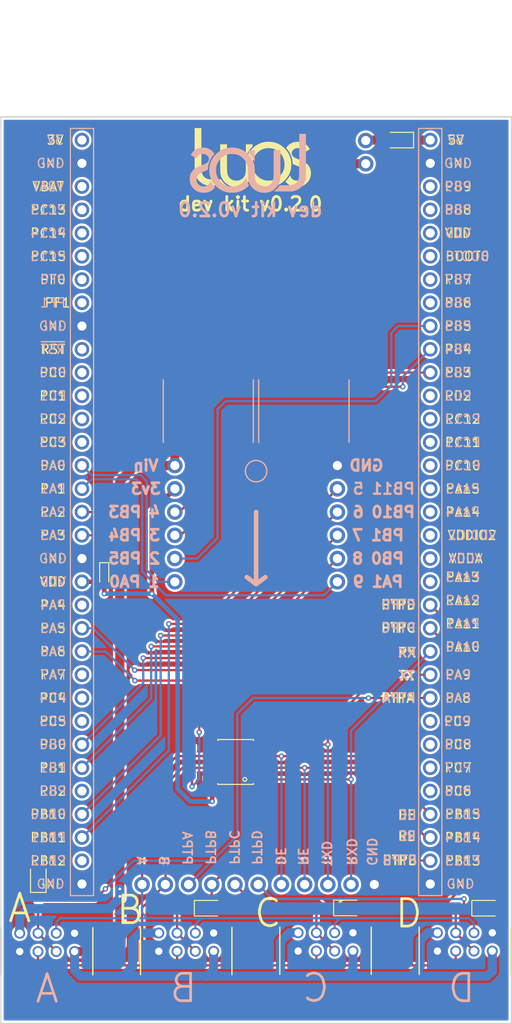
<source format=kicad_pcb>
(kicad_pcb (version 20171130) (host pcbnew "(5.1.6)-1")
  (layers (0 F.Cu signal) (31 B.Cu signal) (34 B.Paste user hide) (35 F.Paste user hide) (36 B.SilkS user) (37 F.SilkS user) (38 B.Mask user hide) (39 F.Mask user hide) (44 Edge.Cuts user))
  (net 0 "")
  (net 1 /Vin)
  (net 2 /RS485_LVL_DOWN)
  (net 3 /RS485_LVL_UP)
  (net 4 /RxD)
  (net 5 /RE)
  (net 6 /DE)
  (net 7 /TxD)
  (net 8 GND)
  (net 9 /A_RS_485_N)
  (net 10 /B_RS_485_P)
  (net 11 +3V3)
  (net 12 +5VP)
  (net 13 /PTPA)
  (net 14 /PTPB)
  (net 15 /PTPB_PRO)
  (net 16 /PTPA_PRO)
  (net 17 /TIM2.1/ADC0)
  (net 18 /TIM2.2/ADC1)
  (net 19 /TIM3.3)
  (net 20 /TIM3.4)
  (net 21 /TX/SCL/TIM2.3)
  (net 22 /RX/SDA/TIM2.4)
  (net 23 /SCK/CK)
  (net 24 /MISO/MCK)
  (net 25 /MOSI/SD)
  (net 26 /PTPC)
  (net 27 /PTPD)
  (net 28 "Net-(D5-Pad2)")
  (net 29 "Net-(D6-Pad1)")
  (net 30 "Net-(J7-Pad3)")
  (net 31 "Net-(J7-Pad4)")
  (net 32 "Net-(J7-Pad6)")
  (net 33 "Net-(J7-Pad7)")
  (net 34 "Net-(J7-Pad8)")
  (net 35 "Net-(J7-Pad12)")
  (net 36 "Net-(J7-Pad13)")
  (net 37 "Net-(J7-Pad14)")
  (net 38 "Net-(J7-Pad15)")
  (net 39 "Net-(J7-Pad16)")
  (net 40 "Net-(J7-Pad17)")
  (net 41 "Net-(J7-Pad18)")
  (net 42 "Net-(J7-Pad19)")
  (net 43 "Net-(J7-Pad20)")
  (net 44 "Net-(J7-Pad26)")
  (net 45 "Net-(J7-Pad27)")
  (net 46 "Net-(J7-Pad28)")
  (net 47 "Net-(J7-Pad29)")
  (net 48 "Net-(J7-Pad35)")
  (net 49 "Net-(J7-Pad38)")
  (net 50 "Net-(J7-Pad41)")
  (net 51 "Net-(J7-Pad42)")
  (net 52 "Net-(J7-Pad43)")
  (net 53 "Net-(J7-Pad46)")
  (net 54 "Net-(J7-Pad49)")
  (net 55 "Net-(J7-Pad50)")
  (net 56 "Net-(J7-Pad53)")
  (net 57 "Net-(J7-Pad54)")
  (net 58 "Net-(J7-Pad55)")
  (net 59 "Net-(J7-Pad56)")
  (net 60 "Net-(J7-Pad57)")
  (net 61 "Net-(J7-Pad59)")
  (net 62 "Net-(J7-Pad60)")
  (net 63 "Net-(J7-Pad61)")
  (net 64 "Net-(J7-Pad62)")
  (net 65 "Net-(J7-Pad63)")
  (net 66 /PTPC_PRO)
  (net 67 /PTPD_PRO)
  (module Common_Footprint:Discovery_Socket (layer B.Cu) (at 41.446502 68.266502 180)
    (fp_text reference J7)
    (fp_text value Discovery_Socket)
    (fp_text user 3V (at 21.971 40.64 180) (layer B.SilkS) (effects (justify mirror)))
    (fp_text user GND (at 22.479 38.1 180) (layer B.SilkS) (effects (justify mirror)))
    (fp_text user VBAT (at 22.733 35.56 180) (layer B.SilkS) (effects (justify mirror)))
    (fp_text user PC13 (at 22.733 33.02 180) (layer B.SilkS) (effects (justify mirror)))
    (fp_text user PC14 (at 22.733 30.48 180) (layer B.SilkS) (effects (justify mirror)))
    (fp_text user PC15 (at 22.733 27.94 180) (layer B.SilkS) (effects (justify mirror)))
    (fp_text user PF0 (at 22.225 25.4 180) (layer B.SilkS) (effects (justify mirror)))
    (fp_text user 3V (at 21.971 40.64 180) (layer F.SilkS))
    (fp_text user GND (at 22.479 38.1 180) (layer F.SilkS))
    (fp_text user VBAT (at 22.733 35.56 180) (layer F.SilkS))
    (fp_text user PC13 (at 22.733 33.02 180) (layer F.SilkS))
    (fp_text user PC14 (at 22.733 30.48 180) (layer F.SilkS))
    (fp_text user PC15 (at 22.733 27.94 180) (layer F.SilkS))
    (fp_text user PF0 (at 22.225 25.4 180) (layer F.SilkS))
    (fp_text user VDD (at 22.225 -7.62 180) (layer B.SilkS) (effects (justify mirror)))
    (fp_text user PA4 (at 22.225 -10.16 180) (layer B.SilkS) (effects (justify mirror)))
    (fp_text user PA5 (at 22.225 -12.7 180) (layer B.SilkS) (effects (justify mirror)))
    (fp_text user PA6 (at 22.225 -15.24 180) (layer B.SilkS) (effects (justify mirror)))
    (fp_text user PA7 (at 22.225 -17.78 180) (layer B.SilkS) (effects (justify mirror)))
    (fp_text user PC4 (at 22.225 -20.32 180) (layer B.SilkS) (effects (justify mirror)))
    (fp_text user PC5 (at 22.225 -22.86 180) (layer B.SilkS) (effects (justify mirror)))
    (fp_text user PB0 (at 22.225 -25.4 180) (layer B.SilkS) (effects (justify mirror)))
    (fp_text user PB1 (at 22.225 -27.94 180) (layer B.SilkS) (effects (justify mirror)))
    (fp_text user PB2 (at 22.225 -30.48 180) (layer B.SilkS) (effects (justify mirror)))
    (fp_text user PB10 (at 22.733 -33.02 180) (layer B.SilkS) (effects (justify mirror)))
    (fp_text user PB11 (at 22.733 -35.56 180) (layer B.SilkS) (effects (justify mirror)))
    (fp_text user PB12 (at 22.733 -38.1 180) (layer B.SilkS) (effects (justify mirror)))
    (fp_text user PC3 (at 22.225 7.62 180) (layer F.SilkS))
    (fp_text user PC2 (at 22.225 10.16 180) (layer B.SilkS) (effects (justify mirror)))
    (fp_text user PC1 (at 22.225 12.7 180) (layer F.SilkS))
    (fp_text user PC0 (at 22.225 15.24 180) (layer F.SilkS))
    (fp_text user ~RST (at 22.225 17.78 180) (layer F.SilkS))
    (fp_text user PC3 (at 22.225 7.62 180) (layer B.SilkS) (effects (justify mirror)))
    (fp_text user PC2 (at 22.225 10.16 180) (layer F.SilkS))
    (fp_text user PC1 (at 22.225 12.7 180) (layer B.SilkS) (effects (justify mirror)))
    (fp_text user PC0 (at 22.225 15.24 180) (layer B.SilkS) (effects (justify mirror)))
    (fp_text user ~RST (at 22.225 17.78 180) (layer B.SilkS) (effects (justify mirror)))
    (fp_text user PA1 (at 22.225 2.54 180) (layer B.SilkS) (effects (justify mirror)))
    (fp_text user PA0 (at 22.225 5.08 180) (layer B.SilkS) (effects (justify mirror)))
    (fp_text user PA0 (at 22.225 5.08 180) (layer F.SilkS))
    (fp_text user GND (at 22.225 -5.08 180) (layer B.SilkS) (effects (justify mirror)))
    (fp_text user PA3 (at 22.225 -2.54 180) (layer B.SilkS) (effects (justify mirror)))
    (fp_text user PA2 (at 22.225 0 180) (layer B.SilkS) (effects (justify mirror)))
    (fp_text user PA2 (at 22.225 0 180) (layer F.SilkS))
    (fp_text user GND (at 22.225 -5.08 180) (layer F.SilkS))
    (fp_text user PA1 (at 22.225 2.54 180) (layer F.SilkS))
    (fp_text user PA3 (at 22.225 -2.54 180) (layer F.SilkS))
    (fp_text user GND (at 22.225 20.32 180) (layer F.SilkS))
    (fp_text user GND (at 22.225 20.32 180) (layer B.SilkS) (effects (justify mirror)))
    (fp_text user PF1 (at 21.717 22.86 180) (layer F.SilkS))
    (fp_text user PF1 (at 22.225 22.86 180) (layer B.SilkS) (effects (justify mirror)))
    (fp_text user GND (at 22.479 -40.64 180) (layer B.SilkS) (effects (justify mirror)))
    (fp_text user GND (at 22.479 -40.64 180) (layer F.SilkS))
    (fp_text user PB12 (at 22.733 -38.1 180) (layer F.SilkS))
    (fp_text user PB11 (at 22.733 -35.56 180) (layer F.SilkS))
    (fp_text user PB10 (at 22.733 -33.02 180) (layer F.SilkS))
    (fp_text user PB2 (at 22.225 -30.48 180) (layer F.SilkS))
    (fp_text user PB1 (at 22.225 -27.94 180) (layer F.SilkS))
    (fp_text user PB0 (at 22.225 -25.4 180) (layer F.SilkS))
    (fp_text user PC5 (at 22.225 -22.86 180) (layer F.SilkS))
    (fp_text user PC4 (at 22.225 -20.32 180) (layer F.SilkS))
    (fp_text user PA7 (at 22.225 -17.78 180) (layer F.SilkS))
    (fp_text user PA6 (at 22.225 -15.24 180) (layer F.SilkS))
    (fp_text user PA5 (at 22.225 -12.7 180) (layer F.SilkS))
    (fp_text user PA4 (at 22.225 -10.16 180) (layer F.SilkS))
    (fp_text user VDD (at 22.225 -7.62 180) (layer F.SilkS))
    (fp_text user 5V (at -21.844 40.64 180) (layer B.SilkS) (effects (justify mirror)))
    (fp_text user GND (at -22.098 38.1 180) (layer B.SilkS) (effects (justify mirror)))
    (fp_text user PB9 (at -22.098 35.56 180) (layer B.SilkS) (effects (justify mirror)))
    (fp_text user PB8 (at -22.098 33.02 180) (layer B.SilkS) (effects (justify mirror)))
    (fp_text user VDD (at -22.098 30.48 180) (layer B.SilkS) (effects (justify mirror)))
    (fp_text user BOOT0 (at -23.114 27.94 180) (layer B.SilkS) (effects (justify mirror)))
    (fp_text user PB7 (at -22.098 25.4 180) (layer B.SilkS) (effects (justify mirror)))
    (fp_text user PB6 (at -22.098 22.86 180) (layer B.SilkS) (effects (justify mirror)))
    (fp_text user PB5 (at -22.098 20.32 180) (layer B.SilkS) (effects (justify mirror)))
    (fp_text user PB4 (at -22.098 17.78 180) (layer B.SilkS) (effects (justify mirror)))
    (fp_text user PB3 (at -22.098 15.24 180) (layer B.SilkS) (effects (justify mirror)))
    (fp_text user PD2 (at -22.098 12.7 180) (layer B.SilkS) (effects (justify mirror)))
    (fp_text user PC12 (at -22.606 10.16 180) (layer B.SilkS) (effects (justify mirror)))
    (fp_text user PC11 (at -22.606 7.62 180) (layer B.SilkS) (effects (justify mirror)))
    (fp_text user PC10 (at -22.606 5.08 180) (layer B.SilkS) (effects (justify mirror)))
    (fp_text user PA15 (at -22.606 2.54 180) (layer B.SilkS) (effects (justify mirror)))
    (fp_text user PA14 (at -22.606 0 180) (layer B.SilkS) (effects (justify mirror)))
    (fp_text user VDDIO2 (at -23.622 -2.54 180) (layer B.SilkS) (effects (justify mirror)))
    (fp_text user VDDA (at -22.9235 -5.08 180) (layer B.SilkS) (effects (justify mirror)))
    (fp_text user PA13 (at -22.606 -7.112 180) (layer B.SilkS) (effects (justify mirror)))
    (fp_text user PA12 (at -22.606 -9.652 180) (layer B.SilkS) (effects (justify mirror)))
    (fp_text user PA11 (at -22.606 -12.192 180) (layer B.SilkS) (effects (justify mirror)))
    (fp_text user PA10 (at -22.606 -14.732 180) (layer B.SilkS) (effects (justify mirror)))
    (fp_text user PA9 (at -22.098 -17.78 180) (layer B.SilkS) (effects (justify mirror)))
    (fp_text user PA8 (at -22.098 -20.32 180) (layer B.SilkS) (effects (justify mirror)))
    (fp_text user PC9 (at -22.0345 -22.86 180) (layer B.SilkS) (effects (justify mirror)))
    (fp_text user PC8 (at -22.098 -25.4 180) (layer B.SilkS) (effects (justify mirror)))
    (fp_text user PC7 (at -22.098 -27.94 180) (layer B.SilkS) (effects (justify mirror)))
    (fp_text user PC6 (at -22.098 -30.48 180) (layer B.SilkS) (effects (justify mirror)))
    (fp_text user PB15 (at -22.606 -33.02 180) (layer B.SilkS) (effects (justify mirror)))
    (fp_text user PB14 (at -22.606 -35.56 180) (layer B.SilkS) (effects (justify mirror)))
    (fp_text user PB13 (at -22.606 -38.1 180) (layer B.SilkS) (effects (justify mirror)))
    (fp_text user GND (at -22.352 -40.64) (layer F.SilkS))
    (fp_text user GND (at -22.352 -40.64) (layer B.SilkS) (effects (justify mirror)))
    (fp_text user PB13 (at -22.606 -38.1 180) (layer F.SilkS))
    (fp_text user PB14 (at -22.606 -35.56 180) (layer F.SilkS))
    (fp_text user PB15 (at -22.606 -33.02 180) (layer F.SilkS))
    (fp_text user PC6 (at -22.098 -30.48 180) (layer F.SilkS))
    (fp_text user PC7 (at -22.098 -27.94 180) (layer F.SilkS))
    (fp_text user PC8 (at -22.098 -25.4 180) (layer F.SilkS))
    (fp_text user PC9 (at -22.0345 -22.86 180) (layer F.SilkS))
    (fp_text user PA8 (at -22.098 -20.32 180) (layer F.SilkS))
    (fp_text user PA9 (at -22.098 -17.78 180) (layer F.SilkS))
    (fp_text user PA10 (at -22.606 -14.732 180) (layer F.SilkS))
    (fp_text user PA11 (at -22.606 -12.192 180) (layer F.SilkS))
    (fp_text user PA12 (at -22.606 -9.652 180) (layer F.SilkS))
    (fp_text user PA13 (at -22.606 -7.112 180) (layer F.SilkS))
    (fp_text user VDDA (at -22.9235 -5.08 180) (layer F.SilkS))
    (fp_text user VDDIO2 (at -23.622 -2.54 180) (layer F.SilkS))
    (fp_text user PA14 (at -22.606 0 180) (layer F.SilkS))
    (fp_text user PA15 (at -22.606 2.54 180) (layer F.SilkS))
    (fp_text user PC10 (at -22.606 5.08 180) (layer F.SilkS))
    (fp_text user PC11 (at -22.606 7.62 180) (layer F.SilkS))
    (fp_text user PC12 (at -22.606 10.16 180) (layer F.SilkS))
    (fp_text user PD2 (at -22.098 12.7 180) (layer F.SilkS))
    (fp_text user PB3 (at -22.098 15.24 180) (layer F.SilkS))
    (fp_text user PB4 (at -22.098 17.78 180) (layer F.SilkS))
    (fp_text user PB5 (at -22.098 20.32 180) (layer F.SilkS))
    (fp_text user PB6 (at -22.098 22.86 180) (layer F.SilkS))
    (fp_text user PB7 (at -22.098 25.4 180) (layer F.SilkS))
    (fp_text user BOOT0 (at -23.114 27.94 180) (layer F.SilkS))
    (fp_text user VDD (at -22.098 30.48 180) (layer F.SilkS))
    (fp_text user PB8 (at -22.098 33.02 180) (layer F.SilkS))
    (fp_text user PB9 (at -22.098 35.56 180) (layer F.SilkS))
    (fp_text user GND (at -22.098 38.1 180) (layer F.SilkS))
    (fp_text user 5V (at -21.844 40.64 180) (layer F.SilkS))
    (pad 1 thru_hole circle (at -19.05 40.64 180) (size 1.6 1.6) (drill 1) (layers *.Cu *.Mask) (net 12 +5VP))
    (pad 2 thru_hole circle (at -19.05 38.1 180) (size 1.6 1.6) (drill 1) (layers *.Cu *.Mask) (net 8 GND))
    (pad 3 thru_hole circle (at -19.05 35.56 180) (size 1.6 1.6) (drill 1) (layers *.Cu *.Mask) (net 30 "Net-(J7-Pad3)"))
    (pad 4 thru_hole circle (at -19.05 33.02 180) (size 1.6 1.6) (drill 1) (layers *.Cu *.Mask) (net 31 "Net-(J7-Pad4)"))
    (pad 5 thru_hole circle (at -19.05 30.48 180) (size 1.6 1.6) (drill 1) (layers *.Cu *.Mask) (net 11 +3V3))
    (pad 6 thru_hole circle (at -19.05 27.94 180) (size 1.6 1.6) (drill 1) (layers *.Cu *.Mask) (net 32 "Net-(J7-Pad6)"))
    (pad 7 thru_hole circle (at -19.05 25.4 180) (size 1.6 1.6) (drill 1) (layers *.Cu *.Mask) (net 33 "Net-(J7-Pad7)"))
    (pad 8 thru_hole circle (at -19.05 22.86 180) (size 1.6 1.6) (drill 1) (layers *.Cu *.Mask) (net 34 "Net-(J7-Pad8)"))
    (pad 9 thru_hole circle (at -19.05 20.32 180) (size 1.6 1.6) (drill 1) (layers *.Cu *.Mask) (net 25 /MOSI/SD))
    (pad 10 thru_hole circle (at -19.05 17.78 180) (size 1.6 1.6) (drill 1) (layers *.Cu *.Mask) (net 24 /MISO/MCK))
    (pad 11 thru_hole circle (at -19.05 15.24 180) (size 1.6 1.6) (drill 1) (layers *.Cu *.Mask) (net 23 /SCK/CK))
    (pad 12 thru_hole circle (at -19.05 12.7 180) (size 1.6 1.6) (drill 1) (layers *.Cu *.Mask) (net 35 "Net-(J7-Pad12)"))
    (pad 13 thru_hole circle (at -19.05 10.16 180) (size 1.6 1.6) (drill 1) (layers *.Cu *.Mask) (net 36 "Net-(J7-Pad13)"))
    (pad 14 thru_hole circle (at -19.05 7.62 180) (size 1.6 1.6) (drill 1) (layers *.Cu *.Mask) (net 37 "Net-(J7-Pad14)"))
    (pad 15 thru_hole circle (at -19.05 5.08 180) (size 1.6 1.6) (drill 1) (layers *.Cu *.Mask) (net 38 "Net-(J7-Pad15)"))
    (pad 16 thru_hole circle (at -19.05 2.54 180) (size 1.6 1.6) (drill 1) (layers *.Cu *.Mask) (net 39 "Net-(J7-Pad16)"))
    (pad 17 thru_hole circle (at -19.05 0 180) (size 1.6 1.6) (drill 1) (layers *.Cu *.Mask) (net 40 "Net-(J7-Pad17)"))
    (pad 18 thru_hole circle (at -19.05 -2.54 180) (size 1.6 1.6) (drill 1) (layers *.Cu *.Mask) (net 41 "Net-(J7-Pad18)"))
    (pad 19 thru_hole circle (at -19.05 -5.08 180) (size 1.6 1.6) (drill 1) (layers *.Cu *.Mask) (net 42 "Net-(J7-Pad19)"))
    (pad 20 thru_hole circle (at -19.05 -7.62 180) (size 1.6 1.6) (drill 1) (layers *.Cu *.Mask) (net 43 "Net-(J7-Pad20)"))
    (pad 21 thru_hole circle (at -19.05 -10.16 180) (size 1.6 1.6) (drill 1) (layers *.Cu *.Mask) (net 27 /PTPD))
    (pad 22 thru_hole circle (at -19.05 -12.7 180) (size 1.6 1.6) (drill 1) (layers *.Cu *.Mask) (net 26 /PTPC))
    (pad 23 thru_hole circle (at -19.05 -15.24 180) (size 1.6 1.6) (drill 1) (layers *.Cu *.Mask) (net 4 /RxD))
    (pad 24 thru_hole circle (at -19.05 -17.78 180) (size 1.6 1.6) (drill 1) (layers *.Cu *.Mask) (net 7 /TxD))
    (pad 25 thru_hole circle (at -19.05 -20.32 180) (size 1.6 1.6) (drill 1) (layers *.Cu *.Mask) (net 13 /PTPA))
    (pad 26 thru_hole circle (at -19.05 -22.86 180) (size 1.6 1.6) (drill 1) (layers *.Cu *.Mask) (net 44 "Net-(J7-Pad26)"))
    (pad 27 thru_hole circle (at -19.05 -25.4 180) (size 1.6 1.6) (drill 1) (layers *.Cu *.Mask) (net 45 "Net-(J7-Pad27)"))
    (pad 28 thru_hole circle (at -19.05 -27.94 180) (size 1.6 1.6) (drill 1) (layers *.Cu *.Mask) (net 46 "Net-(J7-Pad28)"))
    (pad 29 thru_hole circle (at -19.05 -30.48 180) (size 1.6 1.6) (drill 1) (layers *.Cu *.Mask) (net 47 "Net-(J7-Pad29)"))
    (pad 30 thru_hole circle (at -19.05 -33.02 180) (size 1.6 1.6) (drill 1) (layers *.Cu *.Mask) (net 6 /DE))
    (pad 31 thru_hole circle (at -19.05 -35.56 180) (size 1.6 1.6) (drill 1) (layers *.Cu *.Mask) (net 5 /RE))
    (pad 32 thru_hole circle (at -19.05 -38.1 180) (size 1.6 1.6) (drill 1) (layers *.Cu *.Mask) (net 14 /PTPB))
    (pad 33 thru_hole circle (at -19.05 -40.64 180) (size 1.6 1.6) (drill 1) (layers *.Cu *.Mask) (net 8 GND))
    (pad 34 thru_hole circle (at 19.05 -40.64) (size 1.6 1.6) (drill 1) (layers *.Cu *.Mask) (net 8 GND))
    (pad 35 thru_hole circle (at 19.05 -38.1) (size 1.6 1.6) (drill 1) (layers *.Cu *.Mask) (net 48 "Net-(J7-Pad35)"))
    (pad 36 thru_hole circle (at 19.05 -35.56) (size 1.6 1.6) (drill 1) (layers *.Cu *.Mask) (net 22 /RX/SDA/TIM2.4))
    (pad 37 thru_hole circle (at 19.05 -33.02) (size 1.6 1.6) (drill 1) (layers *.Cu *.Mask) (net 21 /TX/SCL/TIM2.3))
    (pad 38 thru_hole circle (at 19.05 -30.48) (size 1.6 1.6) (drill 1) (layers *.Cu *.Mask) (net 49 "Net-(J7-Pad38)"))
    (pad 39 thru_hole circle (at 19.05 -27.94) (size 1.6 1.6) (drill 1) (layers *.Cu *.Mask) (net 20 /TIM3.4))
    (pad 40 thru_hole circle (at 19.05 -25.4) (size 1.6 1.6) (drill 1) (layers *.Cu *.Mask) (net 19 /TIM3.3))
    (pad 41 thru_hole circle (at 19.05 -22.86) (size 1.6 1.6) (drill 1) (layers *.Cu *.Mask) (net 50 "Net-(J7-Pad41)"))
    (pad 42 thru_hole circle (at 19.05 -20.32) (size 1.6 1.6) (drill 1) (layers *.Cu *.Mask) (net 51 "Net-(J7-Pad42)"))
    (pad 43 thru_hole circle (at 19.05 -17.78) (size 1.6 1.6) (drill 1) (layers *.Cu *.Mask) (net 52 "Net-(J7-Pad43)"))
    (pad 44 thru_hole circle (at 19.05 -15.24) (size 1.6 1.6) (drill 1) (layers *.Cu *.Mask) (net 3 /RS485_LVL_UP))
    (pad 45 thru_hole circle (at 19.05 -12.7) (size 1.6 1.6) (drill 1) (layers *.Cu *.Mask) (net 2 /RS485_LVL_DOWN))
    (pad 46 thru_hole circle (at 19.05 -10.16) (size 1.6 1.6) (drill 1) (layers *.Cu *.Mask) (net 53 "Net-(J7-Pad46)"))
    (pad 47 thru_hole circle (at 19.05 -7.62) (size 1.6 1.6) (drill 1) (layers *.Cu *.Mask) (net 11 +3V3))
    (pad 48 thru_hole circle (at 19.05 -5.08) (size 1.6 1.6) (drill 1) (layers *.Cu *.Mask) (net 8 GND))
    (pad 49 thru_hole circle (at 19.05 -2.54) (size 1.6 1.6) (drill 1) (layers *.Cu *.Mask) (net 54 "Net-(J7-Pad49)"))
    (pad 50 thru_hole circle (at 19.05 0) (size 1.6 1.6) (drill 1) (layers *.Cu *.Mask) (net 55 "Net-(J7-Pad50)"))
    (pad 51 thru_hole circle (at 19.05 2.54) (size 1.6 1.6) (drill 1) (layers *.Cu *.Mask) (net 18 /TIM2.2/ADC1))
    (pad 52 thru_hole circle (at 19.05 5.08) (size 1.6 1.6) (drill 1) (layers *.Cu *.Mask) (net 17 /TIM2.1/ADC0))
    (pad 53 thru_hole circle (at 19.05 7.62) (size 1.6 1.6) (drill 1) (layers *.Cu *.Mask) (net 56 "Net-(J7-Pad53)"))
    (pad 54 thru_hole circle (at 19.05 10.16) (size 1.6 1.6) (drill 1) (layers *.Cu *.Mask) (net 57 "Net-(J7-Pad54)"))
    (pad 55 thru_hole circle (at 19.05 12.7) (size 1.6 1.6) (drill 1) (layers *.Cu *.Mask) (net 58 "Net-(J7-Pad55)"))
    (pad 56 thru_hole circle (at 19.05 15.24) (size 1.6 1.6) (drill 1) (layers *.Cu *.Mask) (net 59 "Net-(J7-Pad56)"))
    (pad 57 thru_hole circle (at 19.05 17.78) (size 1.6 1.6) (drill 1) (layers *.Cu *.Mask) (net 60 "Net-(J7-Pad57)"))
    (pad 58 thru_hole circle (at 19.05 20.32) (size 1.6 1.6) (drill 1) (layers *.Cu *.Mask) (net 8 GND))
    (pad 59 thru_hole circle (at 19.05 22.86) (size 1.6 1.6) (drill 1) (layers *.Cu *.Mask) (net 61 "Net-(J7-Pad59)"))
    (pad 60 thru_hole circle (at 19.05 25.4) (size 1.6 1.6) (drill 1) (layers *.Cu *.Mask) (net 62 "Net-(J7-Pad60)"))
    (pad 61 thru_hole circle (at 19.05 27.94) (size 1.6 1.6) (drill 1) (layers *.Cu *.Mask) (net 63 "Net-(J7-Pad61)"))
    (pad 62 thru_hole circle (at 19.05 30.48) (size 1.6 1.6) (drill 1) (layers *.Cu *.Mask) (net 64 "Net-(J7-Pad62)"))
    (pad 63 thru_hole circle (at 19.05 33.02) (size 1.6 1.6) (drill 1) (layers *.Cu *.Mask) (net 65 "Net-(J7-Pad63)"))
    (pad 64 thru_hole circle (at 19.05 35.56) (size 1.6 1.6) (drill 1) (layers *.Cu *.Mask) (net 11 +3V3))
    (pad 65 thru_hole circle (at 19.05 38.1) (size 1.6 1.6) (drill 1) (layers *.Cu *.Mask) (net 8 GND))
    (pad 66 thru_hole circle (at 19.05 40.64) (size 1.6 1.6) (drill 1) (layers *.Cu *.Mask) (net 11 +3V3))
  )
  (module "Common_Footprint:DF11-8DP-2DS(24)" (layer F.Cu) (at 18.587501 115.282901 180)
    (fp_text reference J1)
    (fp_text value DF11-8DP-2DS hide)
    (pad 1 thru_hole circle (at 3 1 180) (size 1.2 1.2) (drill 0.8) (layers *.Cu *.Mask) (net 1 /Vin))
    (pad 2 thru_hole circle (at 3 -1 180) (size 1.2 1.2) (drill 0.8) (layers *.Cu *.Mask) (net 8 GND))
    (pad 3 thru_hole circle (at 1 1 180) (size 1.2 1.2) (drill 0.8) (layers *.Cu *.Mask) (net 16 /PTPA_PRO))
    (pad 4 thru_hole circle (at 1 -1 180) (size 1.2 1.2) (drill 0.8) (layers *.Cu *.Mask) (net 10 /B_RS_485_P))
    (pad 5 thru_hole circle (at -1 1 180) (size 1.2 1.2) (drill 0.8) (layers *.Cu *.Mask) (net 9 /A_RS_485_N))
    (pad 6 thru_hole circle (at -1 -1 180) (size 1.2 1.2) (drill 0.8) (layers *.Cu *.Mask) (net 16 /PTPA_PRO))
    (pad 7 thru_hole circle (at -3 1 180) (size 1.2 1.2) (drill 0.8) (layers *.Cu *.Mask) (net 8 GND))
    (pad 8 thru_hole circle (at -3 -1 180) (size 1.2 1.2) (drill 0.8) (layers *.Cu *.Mask) (net 1 /Vin))
  )
  (module Common_Footprint:R_0402_NoSilk (layer F.Cu) (at 63.716101 111.549101 180)
    (fp_text reference R4)
    (fp_text value 100 hide)
    (pad 2 smd rect (at 0.45 0 180) (size 0.4 0.6) (layers F.Cu F.Paste F.Mask) (net 67 /PTPD_PRO))
    (pad 1 smd rect (at -0.45 0 180) (size 0.4 0.6) (layers F.Cu F.Paste F.Mask) (net 27 /PTPD))
  )
  (module Common_Footprint:R_0402_NoSilk (layer F.Cu) (at 48.483301 111.498301 180)
    (fp_text reference R3)
    (fp_text value 100 hide)
    (pad 2 smd rect (at 0.45 0 180) (size 0.4 0.6) (layers F.Cu F.Paste F.Mask) (net 66 /PTPC_PRO))
    (pad 1 smd rect (at -0.45 0 180) (size 0.4 0.6) (layers F.Cu F.Paste F.Mask) (net 26 /PTPC))
  )
  (module Common_Footprint:826926-2 (layer B.Cu) (at 53.436301 27.678301 90)
    (fp_text reference J9 hide)
    (fp_text value Header2Contacts)
    (pad 2 thru_hole circle (at 0 0 90) (size 1.7 1.7) (drill 1) (layers *.Cu *.Mask) (net 28 "Net-(D5-Pad2)"))
    (pad 1 thru_hole circle (at -2.54 0 90) (size 1.7 1.7) (drill 1) (layers *.Cu *.Mask) (net 1 /Vin))
  )
  (module Common_Footprint:826926-11 (layer B.Cu) (at 42.946101 108.958301 180)
    (fp_text reference J8)
    (fp_text value Header11Contacts hide)
    (pad 11 thru_hole circle (at 13.97 0 180) (size 1.7 1.7) (drill 1) (layers *.Cu *.Mask) (net 9 /A_RS_485_N))
    (pad 10 thru_hole circle (at 11.43 0 180) (size 1.7 1.7) (drill 1) (layers *.Cu *.Mask) (net 10 /B_RS_485_P))
    (pad 9 thru_hole circle (at 8.89 0 180) (size 1.7 1.7) (drill 1) (layers *.Cu *.Mask) (net 13 /PTPA))
    (pad 8 thru_hole circle (at 6.35 0 180) (size 1.7 1.7) (drill 1) (layers *.Cu *.Mask) (net 14 /PTPB))
    (pad 7 thru_hole circle (at 3.81 0 180) (size 1.7 1.7) (drill 1) (layers *.Cu *.Mask) (net 26 /PTPC))
    (pad 3 thru_hole circle (at -6.35 0 180) (size 1.7 1.7) (drill 1) (layers *.Cu *.Mask) (net 7 /TxD))
    (pad 4 thru_hole circle (at -3.81 0 180) (size 1.7 1.7) (drill 1) (layers *.Cu *.Mask) (net 5 /RE))
    (pad 2 thru_hole circle (at -8.89 0 180) (size 1.7 1.7) (drill 1) (layers *.Cu *.Mask) (net 4 /RxD))
    (pad 1 thru_hole circle (at -11.43 0 180) (size 1.7 1.7) (drill 1) (layers *.Cu *.Mask) (net 8 GND))
    (pad 5 thru_hole circle (at -1.27 0 180) (size 1.7 1.7) (drill 1) (layers *.Cu *.Mask) (net 6 /DE))
    (pad 6 thru_hole circle (at 1.27 0 180) (size 1.7 1.7) (drill 1) (layers *.Cu *.Mask) (net 27 /PTPD))
  )
  (module "Common_Footprint:DF11-8DP-2DS(24)" (layer F.Cu) (at 64.282101 115.232101 180)
    (fp_text reference J4)
    (fp_text value DF11-8DP-2DS hide)
    (pad 8 thru_hole circle (at -3 -1 180) (size 1.2 1.2) (drill 0.8) (layers *.Cu *.Mask) (net 1 /Vin))
    (pad 7 thru_hole circle (at -3 1 180) (size 1.2 1.2) (drill 0.8) (layers *.Cu *.Mask) (net 8 GND))
    (pad 6 thru_hole circle (at -1 -1 180) (size 1.2 1.2) (drill 0.8) (layers *.Cu *.Mask) (net 67 /PTPD_PRO))
    (pad 5 thru_hole circle (at -1 1 180) (size 1.2 1.2) (drill 0.8) (layers *.Cu *.Mask) (net 9 /A_RS_485_N))
    (pad 4 thru_hole circle (at 1 -1 180) (size 1.2 1.2) (drill 0.8) (layers *.Cu *.Mask) (net 10 /B_RS_485_P))
    (pad 3 thru_hole circle (at 1 1 180) (size 1.2 1.2) (drill 0.8) (layers *.Cu *.Mask) (net 67 /PTPD_PRO))
    (pad 2 thru_hole circle (at 3 -1 180) (size 1.2 1.2) (drill 0.8) (layers *.Cu *.Mask) (net 8 GND))
    (pad 1 thru_hole circle (at 3 1 180) (size 1.2 1.2) (drill 0.8) (layers *.Cu *.Mask) (net 1 /Vin))
  )
  (module "Common_Footprint:DF11-8DP-2DS(24)" (layer F.Cu) (at 49.042101 115.232101 180)
    (fp_text reference J3)
    (fp_text value "DF11-8DP-2DS(24)" hide)
    (pad 8 thru_hole circle (at -3 -1 180) (size 1.2 1.2) (drill 0.8) (layers *.Cu *.Mask) (net 1 /Vin))
    (pad 7 thru_hole circle (at -3 1 180) (size 1.2 1.2) (drill 0.8) (layers *.Cu *.Mask) (net 8 GND))
    (pad 6 thru_hole circle (at -1 -1 180) (size 1.2 1.2) (drill 0.8) (layers *.Cu *.Mask) (net 66 /PTPC_PRO))
    (pad 5 thru_hole circle (at -1 1 180) (size 1.2 1.2) (drill 0.8) (layers *.Cu *.Mask) (net 9 /A_RS_485_N))
    (pad 4 thru_hole circle (at 1 -1 180) (size 1.2 1.2) (drill 0.8) (layers *.Cu *.Mask) (net 10 /B_RS_485_P))
    (pad 3 thru_hole circle (at 1 1 180) (size 1.2 1.2) (drill 0.8) (layers *.Cu *.Mask) (net 66 /PTPC_PRO))
    (pad 2 thru_hole circle (at 3 -1 180) (size 1.2 1.2) (drill 0.8) (layers *.Cu *.Mask) (net 8 GND))
    (pad 1 thru_hole circle (at 3 1 180) (size 1.2 1.2) (drill 0.8) (layers *.Cu *.Mask) (net 1 /Vin))
  )
  (module Common_Footprint:D_SOD-323F (layer F.Cu) (at 57.170101 27.627501 180)
    (fp_text reference D5 hide)
    (fp_text value DIODE hide)
    (pad 1 smd rect (at -1.1 0 180) (size 0.5 0.5) (layers F.Cu F.Paste F.Mask) (net 12 +5VP))
    (pad 2 smd rect (at 1.1 0 180) (size 0.5 0.5) (layers F.Cu F.Paste F.Mask) (net 28 "Net-(D5-Pad2)"))
  )
  (module Common_Footprint:D_SOD-323F (layer F.Cu) (at 66.542701 111.549101)
    (fp_text reference D4 hide)
    (fp_text value D_Zener hide)
    (pad 1 smd rect (at -1.1 0) (size 0.5 0.5) (layers F.Cu F.Paste F.Mask) (net 27 /PTPD))
    (pad 2 smd rect (at 1.1 0) (size 0.5 0.5) (layers F.Cu F.Paste F.Mask) (net 8 GND))
  )
  (module Common_Footprint:D_SOD-323F (layer F.Cu) (at 51.429701 111.523701)
    (fp_text reference D3 hide)
    (fp_text value D_Zener hide)
    (pad 1 smd rect (at -1.1 0) (size 0.5 0.5) (layers F.Cu F.Paste F.Mask) (net 26 /PTPC))
    (pad 2 smd rect (at 1.1 0) (size 0.5 0.5) (layers F.Cu F.Paste F.Mask) (net 8 GND))
  )
  (module Common_Footprint:Luos_logo (layer B.Cu) (at 40.177501 30.167501 180)
    (fp_text reference "" hide)
    (fp_text value "" hide)
  )
  (module Common_Footprint:826926-6 (layer B.Cu) (at 50.337501 69.537501 270)
    (fp_text reference J6)
    (fp_text value Header6Contacts hide)
    (pad 3 thru_hole circle (at -1.27 0 270) (size 1.7 1.7) (drill 1) (layers *.Cu *.Mask) (net 21 /TX/SCL/TIM2.3))
    (pad 4 thru_hole circle (at 1.27 0 270) (size 1.7 1.7) (drill 1) (layers *.Cu *.Mask) (net 20 /TIM3.4))
    (pad 2 thru_hole circle (at -3.81 0 270) (size 1.7 1.7) (drill 1) (layers *.Cu *.Mask) (net 22 /RX/SDA/TIM2.4))
    (pad 1 thru_hole circle (at -6.35 0 270) (size 1.7 1.7) (drill 1) (layers *.Cu *.Mask) (net 8 GND))
    (pad 5 thru_hole circle (at 3.81 0 270) (size 1.7 1.7) (drill 1) (layers *.Cu *.Mask) (net 19 /TIM3.3))
    (pad 6 thru_hole circle (at 6.35 0 270) (size 1.7 1.7) (drill 1) (layers *.Cu *.Mask) (net 18 /TIM2.2/ADC1))
  )
  (module Common_Footprint:826926-6 (layer B.Cu) (at 32.557501 69.537501 90)
    (fp_text reference J5)
    (fp_text value Header6Contacts hide)
    (pad 6 thru_hole circle (at 6.35 0 90) (size 1.7 1.7) (drill 1) (layers *.Cu *.Mask) (net 1 /Vin))
    (pad 5 thru_hole circle (at 3.81 0 90) (size 1.7 1.7) (drill 1) (layers *.Cu *.Mask) (net 11 +3V3))
    (pad 1 thru_hole circle (at -6.35 0 90) (size 1.7 1.7) (drill 1) (layers *.Cu *.Mask) (net 17 /TIM2.1/ADC0))
    (pad 2 thru_hole circle (at -3.81 0 90) (size 1.7 1.7) (drill 1) (layers *.Cu *.Mask) (net 25 /MOSI/SD))
    (pad 4 thru_hole circle (at 1.27 0 90) (size 1.7 1.7) (drill 1) (layers *.Cu *.Mask) (net 23 /SCK/CK))
    (pad 3 thru_hole circle (at -1.27 0 90) (size 1.7 1.7) (drill 1) (layers *.Cu *.Mask) (net 24 /MISO/MCK))
  )
  (module Common_Footprint:C_0402_NoSilk (layer F.Cu) (at 36.138901 98.849101 180)
    (fp_text reference C1 hide)
    (fp_text value 100nF hide)
    (pad 1 smd rect (at -0.55 0 180) (size 0.6 0.5) (layers F.Cu F.Paste F.Mask) (net 11 +3V3))
    (pad 2 smd rect (at 0.55 0 180) (size 0.6 0.5) (layers F.Cu F.Paste F.Mask) (net 8 GND))
  )
  (module "Common_Footprint:DF11-8DP-2DS(24)" (layer F.Cu) (at 33.802101 115.257501 180)
    (fp_text reference J2)
    (fp_text value "DF11-8DP-2DS(24)" hide)
    (pad 8 thru_hole circle (at -3 -1 180) (size 1.2 1.2) (drill 0.8) (layers *.Cu *.Mask) (net 1 /Vin))
    (pad 7 thru_hole circle (at -3 1 180) (size 1.2 1.2) (drill 0.8) (layers *.Cu *.Mask) (net 8 GND))
    (pad 6 thru_hole circle (at -1 -1 180) (size 1.2 1.2) (drill 0.8) (layers *.Cu *.Mask) (net 15 /PTPB_PRO))
    (pad 5 thru_hole circle (at -1 1 180) (size 1.2 1.2) (drill 0.8) (layers *.Cu *.Mask) (net 9 /A_RS_485_N))
    (pad 4 thru_hole circle (at 1 -1 180) (size 1.2 1.2) (drill 0.8) (layers *.Cu *.Mask) (net 10 /B_RS_485_P))
    (pad 3 thru_hole circle (at 1 1 180) (size 1.2 1.2) (drill 0.8) (layers *.Cu *.Mask) (net 15 /PTPB_PRO))
    (pad 2 thru_hole circle (at 3 -1 180) (size 1.2 1.2) (drill 0.8) (layers *.Cu *.Mask) (net 8 GND))
    (pad 1 thru_hole circle (at 3 1 180) (size 1.2 1.2) (drill 0.8) (layers *.Cu *.Mask) (net 1 /Vin))
  )
  (module Common_Footprint:D_SOD-323F (layer F.Cu) (at 36.189701 111.549101)
    (fp_text reference D2 hide)
    (fp_text value D_Zener hide)
    (pad 2 smd rect (at 1.1 0) (size 0.5 0.5) (layers F.Cu F.Paste F.Mask) (net 8 GND))
    (pad 1 smd rect (at -1.1 0) (size 0.5 0.5) (layers F.Cu F.Paste F.Mask) (net 14 /PTPB))
  )
  (module Common_Footprint:D_SOD-323F (layer F.Cu) (at 17.622301 108.323301 90)
    (fp_text reference D1 hide)
    (fp_text value D_Zener hide)
    (pad 1 smd rect (at -1.1 0 90) (size 0.5 0.5) (layers F.Cu F.Paste F.Mask) (net 13 /PTPA))
    (pad 2 smd rect (at 1.1 0 90) (size 0.5 0.5) (layers F.Cu F.Paste F.Mask) (net 8 GND))
  )
  (module Common_Footprint:LED_0603 (layer F.Cu) (at 24.835901 75.100101 270)
    (fp_text reference D6)
    (fp_text value SMLE13BC8TT86)
    (pad 1 smd rect (at -0.8 0 90) (size 0.8 0.8) (layers F.Cu F.Paste F.Mask) (net 29 "Net-(D6-Pad1)"))
    (pad 2 smd rect (at 0.8 0 90) (size 0.8 0.8) (layers F.Cu F.Paste F.Mask) (net 11 +3V3))
  )
  (module Common_Footprint:R_0402_NoSilk (layer F.Cu) (at 34.462501 94.480301 90)
    (fp_text reference R6)
    (fp_text value 10K hide)
    (pad 2 smd rect (at 0.45 0 90) (size 0.4 0.6) (layers F.Cu F.Paste F.Mask) (net 3 /RS485_LVL_UP))
    (pad 1 smd rect (at -0.45 0 90) (size 0.4 0.6) (layers F.Cu F.Paste F.Mask) (net 9 /A_RS_485_N))
  )
  (module Common_Footprint:R_0402_NoSilk (layer F.Cu) (at 34.437101 96.664701 90)
    (fp_text reference R5)
    (fp_text value 10K hide)
    (pad 1 smd rect (at -0.45 0 90) (size 0.4 0.6) (layers F.Cu F.Paste F.Mask) (net 2 /RS485_LVL_DOWN))
    (pad 2 smd rect (at 0.45 0 90) (size 0.4 0.6) (layers F.Cu F.Paste F.Mask) (net 10 /B_RS_485_P))
  )
  (module Common_Footprint:R_0402_NoSilk (layer F.Cu) (at 33.294101 111.523701 180)
    (fp_text reference R2)
    (fp_text value 100 hide)
    (pad 1 smd rect (at -0.45 0 180) (size 0.4 0.6) (layers F.Cu F.Paste F.Mask) (net 14 /PTPB))
    (pad 2 smd rect (at 0.45 0 180) (size 0.4 0.6) (layers F.Cu F.Paste F.Mask) (net 15 /PTPB_PRO))
  )
  (module Common_Footprint:R_0402_NoSilk (layer F.Cu) (at 17.622301 111.066501 270)
    (fp_text reference R1)
    (fp_text value 100 hide)
    (pad 2 smd rect (at 0.45 0 270) (size 0.4 0.6) (layers F.Cu F.Paste F.Mask) (net 16 /PTPA_PRO))
    (pad 1 smd rect (at -0.45 0 270) (size 0.4 0.6) (layers F.Cu F.Paste F.Mask) (net 13 /PTPA))
  )
  (module Common_Footprint:R_0402_NoSilk (layer F.Cu) (at 24.886701 66.921301 90)
    (fp_text reference R7)
    (fp_text value 68K hide)
    (pad 2 smd rect (at 0.45 0 90) (size 0.4 0.6) (layers F.Cu F.Paste F.Mask) (net 1 /Vin))
    (pad 1 smd rect (at -0.45 0 90) (size 0.4 0.6) (layers F.Cu F.Paste F.Mask) (net 55 "Net-(J7-Pad50)"))
  )
  (module Common_Footprint:R_0402_NoSilk (layer F.Cu) (at 24.886701 68.724701 90)
    (fp_text reference R8)
    (fp_text value 10K hide)
    (pad 1 smd rect (at -0.45 0 90) (size 0.4 0.6) (layers F.Cu F.Paste F.Mask) (net 8 GND))
    (pad 2 smd rect (at 0.45 0 90) (size 0.4 0.6) (layers F.Cu F.Paste F.Mask) (net 55 "Net-(J7-Pad50)"))
  )
  (module Common_Footprint:R_0402_NoSilk (layer F.Cu) (at 24.912101 71.239301 90)
    (fp_text reference R9)
    (fp_text value 82 hide)
    (pad 2 smd rect (at 0.45 0 90) (size 0.4 0.6) (layers F.Cu F.Paste F.Mask) (net 54 "Net-(J7-Pad49)"))
    (pad 1 smd rect (at -0.45 0 90) (size 0.4 0.6) (layers F.Cu F.Paste F.Mask) (net 29 "Net-(D6-Pad1)"))
  )
  (module Common_Footprint:SO8 (layer F.Cu) (at 39.212301 95.572501 90)
    (fp_text reference U1)
    (fp_text value ST3485ECDR hide)
    (pad 6 smd rect (at 0.635 -2.525 270) (size 0.61 1.77) (layers F.Cu F.Paste F.Mask) (net 9 /A_RS_485_N))
    (pad 8 smd rect (at -1.905 -2.525 270) (size 0.61 1.77) (layers F.Cu F.Paste F.Mask) (net 11 +3V3))
    (pad 7 smd rect (at -0.635 -2.525 270) (size 0.61 1.77) (layers F.Cu F.Paste F.Mask) (net 10 /B_RS_485_P))
    (pad 5 smd rect (at 1.905 -2.525 270) (size 0.61 1.77) (layers F.Cu F.Paste F.Mask) (net 8 GND))
    (pad 4 smd rect (at 1.905 2.525 90) (size 0.61 1.77) (layers F.Cu F.Paste F.Mask) (net 7 /TxD))
    (pad 3 smd rect (at 0.635 2.525 90) (size 0.61 1.77) (layers F.Cu F.Paste F.Mask) (net 6 /DE))
    (pad 2 smd rect (at -0.635 2.525 90) (size 0.61 1.77) (layers F.Cu F.Paste F.Mask) (net 5 /RE))
    (pad 1 smd rect (at -1.905 2.525 90) (size 0.61 1.77) (layers F.Cu F.Paste F.Mask) (net 4 /RxD))
  )
  (module Common_Footprint:Luos_logo (layer F.Cu) (at 41.447501 29.532501)
    (fp_text reference "" hide)
    (fp_text value "" hide)
  )
  (gr_text PTPB (at 57.170101 106.316701) (layer F.SilkS) (effects (font (size 1 1) (thickness 0.2))))
  (gr_text PTPB (at 57.170101 106.316701) (layer B.SilkS) (effects (font (size 1 1) (thickness 0.2)) (justify mirror)))
  (gr_text A (at 28.925301 106.342101 270) (layer B.SilkS) (effects (font (size 1 1) (thickness 0.2)) (justify mirror)))
  (gr_text B (at 31.363701 106.342101 270) (layer B.SilkS) (effects (font (size 1 1) (thickness 0.2)) (justify mirror)))
  (gr_line (start 51.607501 60.647501) (end 51.607501 53.840301) (layer B.SilkS) (width 0.15))
  (gr_line (start 41.726901 60.672901) (end 41.726901 53.814901) (layer B.SilkS) (width 0.15))
  (gr_line (start 41.142701 60.672901) (end 41.142701 53.814901) (layer B.SilkS) (width 0.15))
  (gr_line (start 31.287501 60.672901) (end 31.287501 53.814901) (layer B.SilkS) (width 0.15))
  (gr_circle (center 41.447501 63.797101) (end 42.514301 64.279701) (layer B.SilkS) (width 0.15))
  (gr_text D (at 58.160701 112.133301) (layer F.SilkS) (effects (font (size 3 3) (thickness 0.3))))
  (gr_text C (at 42.742901 112.082501) (layer F.SilkS) (effects (font (size 3 3) (thickness 0.3))))
  (gr_text RE (at 46.552901 105.884901 270) (layer B.SilkS) (effects (font (size 1 1) (thickness 0.2)) (justify mirror)))
  (gr_text DE (at 44.114501 105.859501 270) (layer B.SilkS) (effects (font (size 1 1) (thickness 0.2)) (justify mirror)))
  (gr_text PTPD (at 41.498301 104.919701 270) (layer B.SilkS) (effects (font (size 1 1) (thickness 0.2)) (justify mirror)))
  (gr_text PTPC (at 39.034501 104.894301 270) (layer B.SilkS) (effects (font (size 1 1) (thickness 0.2)) (justify mirror)))
  (gr_text D (at 63.926501 120.286701) (layer B.SilkS) (effects (font (size 3 3) (thickness 0.3)) (justify mirror)))
  (gr_text C (at 47.975301 120.261301) (layer B.SilkS) (effects (font (size 3 3) (thickness 0.3)) (justify mirror)))
  (gr_text RE (at 57.982901 103.675101) (layer B.SilkS) (effects (font (size 1 1) (thickness 0.2)) (justify mirror)))
  (gr_text DE (at 58.033701 101.363701) (layer B.SilkS) (effects (font (size 1 1) (thickness 0.2)) (justify mirror)))
  (gr_text PTPA (at 57.093901 88.587501) (layer B.SilkS) (effects (font (size 1 1) (thickness 0.2)) (justify mirror)))
  (gr_text TX (at 57.957501 86.174501) (layer B.SilkS) (effects (font (size 1 1) (thickness 0.2)) (justify mirror)))
  (gr_text RX (at 57.957501 83.609101) (layer B.SilkS) (effects (font (size 1 1) (thickness 0.2)) (justify mirror)))
  (gr_text PTPC (at 57.017701 80.942101) (layer B.SilkS) (effects (font (size 1 1) (thickness 0.2)) (justify mirror)))
  (gr_text PTPD (at 57.017701 78.376701) (layer B.SilkS) (effects (font (size 1 1) (thickness 0.2)) (justify mirror)))
  (gr_text DE (at 57.932101 101.363701) (layer F.SilkS) (effects (font (size 1 1) (thickness 0.2))))
  (gr_text RE (at 57.932101 103.675101) (layer F.SilkS) (effects (font (size 1 1) (thickness 0.2))))
  (gr_text PTPA (at 56.941501 88.587501) (layer F.SilkS) (effects (font (size 1 1) (thickness 0.2))))
  (gr_text RX (at 57.957501 83.634501) (layer F.SilkS) (effects (font (size 1 1) (thickness 0.2))))
  (gr_text TX (at 57.906701 86.149101) (layer F.SilkS) (effects (font (size 1 1) (thickness 0.2))))
  (gr_text PTPC (at 57.017701 80.916701) (layer F.SilkS) (effects (font (size 1 1) (thickness 0.2))))
  (gr_text PTPD (at 57.017701 78.402101) (layer F.SilkS) (effects (font (size 1 1) (thickness 0.2))))
  (gr_line (start 41.447501 76.141501) (end 40.431501 75.379501) (layer B.SilkS) (width 0.5))
  (gr_line (start 41.447501 76.141501) (end 42.463501 75.379501) (layer B.SilkS) (width 0.5))
  (gr_line (start 41.447501 68.267501) (end 41.447501 76.141501) (layer B.SilkS) (width 0.5))
  (gr_text GND (at 54.096701 105.376901 270) (layer B.SilkS) (effects (font (size 1 1) (thickness 0.2)) (justify mirror)))
  (gr_text PTPB (at 36.443701 104.894301 270) (layer B.SilkS) (effects (font (size 1 1) (thickness 0.2)) (justify mirror)))
  (gr_text PTPA (at 33.903701 104.995901 270) (layer B.SilkS) (effects (font (size 1 1) (thickness 0.2)) (justify mirror)))
  (gr_text RXD (at 51.886901 105.376901 270) (layer B.SilkS) (effects (font (size 1 1) (thickness 0.2)) (justify mirror)))
  (gr_text TXD (at 49.143701 105.554701 270) (layer B.SilkS) (effects (font (size 1 1) (thickness 0.2)) (justify mirror)))
  (gr_text "dev kit v0.2.0" (at 40.812501 35.247501) (layer B.SilkS) (effects (font (size 1.5 1.5) (thickness 0.3)) (justify mirror)))
  (gr_text "dev kit v0.2.0" (at 40.812501 34.612501) (layer F.SilkS) (effects (font (size 1.5 1.5) (thickness 0.3))))
  (gr_text B (at 27.655301 111.752301) (layer F.SilkS) (effects (font (size 3 3) (thickness 0.3))))
  (gr_text A (at 15.590301 111.549101) (layer F.SilkS) (effects (font (size 3 3) (thickness 0.3))))
  (gr_text B (at 33.497301 120.286701) (layer B.SilkS) (effects (font (size 3 3) (thickness 0.3)) (justify mirror)))
  (gr_text A (at 18.587501 120.337501) (layer B.SilkS) (effects (font (size 3 3) (thickness 0.3)) (justify mirror)))
  (gr_text "PA1 9" (at 54.782501 75.887501) (layer B.SilkS) (effects (font (size 1.2 1.2) (thickness 0.3)) (justify mirror)))
  (gr_text "PB0 8" (at 54.782501 73.347501) (layer B.SilkS) (effects (font (size 1.2 1.2) (thickness 0.3)) (justify mirror)))
  (gr_text "PB1 7" (at 54.782501 70.807501) (layer B.SilkS) (effects (font (size 1.2 1.2) (thickness 0.3)) (justify mirror)))
  (gr_text "PB10 6" (at 55.417501 68.267501) (layer B.SilkS) (effects (font (size 1.2 1.2) (thickness 0.3)) (justify mirror)))
  (gr_text "PB11 5" (at 55.417501 65.727501) (layer B.SilkS) (effects (font (size 1.2 1.2) (thickness 0.25)) (justify mirror)))
  (gr_text GND (at 53.512501 63.187501) (layer B.SilkS) (effects (font (size 1.2 1.2) (thickness 0.3)) (justify mirror)))
  (gr_text "1 PA0" (at 28.112501 75.887501) (layer B.SilkS) (effects (font (size 1.2 1.2) (thickness 0.3)) (justify mirror)))
  (gr_text "2 PB5" (at 28.112501 73.347501) (layer B.SilkS) (effects (font (size 1.2 1.2) (thickness 0.3)) (justify mirror)))
  (gr_text "3 PB4" (at 28.112501 70.807501) (layer B.SilkS) (effects (font (size 1.2 1.2) (thickness 0.3)) (justify mirror)))
  (gr_text "4 PB3" (at 28.112501 68.267501) (layer B.SilkS) (effects (font (size 1.2 1.2) (thickness 0.3)) (justify mirror)))
  (gr_text 3v3 (at 29.382501 65.727501) (layer B.SilkS) (effects (font (size 1.2 1.2) (thickness 0.3)) (justify mirror)))
  (gr_text Vin (at 29.382501 63.187501) (layer B.SilkS) (effects (font (size 1.2 1.2) (thickness 0.3)) (justify mirror)))
  (gr_line (start 69.387501 124.147501) (end 13.507501 124.147501) (layer Edge.Cuts) (width 0.15))
  (gr_line (start 69.387501 25.087501) (end 69.387501 124.147501) (layer Edge.Cuts) (width 0.15))
  (gr_line (start 13.507501 25.087501) (end 69.387501 25.087501) (layer Edge.Cuts) (width 0.15))
  (gr_line (start 13.507501 124.147501) (end 13.507501 25.087501) (layer Edge.Cuts) (width 0.15))
  (segment (start 32.557501 31.742301) (end 32.557501 63.187501) (width 1) (layer F.Cu) (net 1))
  (segment (start 53.436301 30.218301) (end 34.081501 30.218301) (width 1) (layer F.Cu) (net 1))
  (segment (start 34.081501 30.218301) (end 32.557501 31.742301) (width 1) (layer F.Cu) (net 1))
  (segment (start 25.692301 66.471301) (end 26.537701 65.625901) (width 0.5) (layer F.Cu) (net 1))
  (segment (start 24.886701 66.471301) (end 25.692301 66.471301) (width 0.5) (layer F.Cu) (net 1))
  (segment (start 25.791701 116.282901) (end 21.587501 116.282901) (width 1) (layer F.Cu) (net 1))
  (segment (start 26.537701 115.536901) (end 25.791701 116.282901) (width 1) (layer F.Cu) (net 1))
  (segment (start 26.537701 64.889301) (end 26.537701 65.625901) (width 1) (layer F.Cu) (net 1))
  (segment (start 32.557501 63.187501) (end 28.239501 63.187501) (width 1) (layer F.Cu) (net 1))
  (segment (start 28.239501 63.187501) (end 26.537701 64.889301) (width 1) (layer F.Cu) (net 1))
  (segment (start 36.802101 118.277301) (end 36.802101 116.257501) (width 1) (layer B.Cu) (net 1))
  (segment (start 36.062701 118.965901) (end 36.088101 118.991301) (width 1) (layer B.Cu) (net 1))
  (segment (start 21.587501 116.282901) (end 21.587501 118.308301) (width 1) (layer B.Cu) (net 1))
  (segment (start 21.587501 118.308301) (end 22.245101 118.965901) (width 1) (layer B.Cu) (net 1))
  (segment (start 36.088101 118.991301) (end 36.802101 118.277301) (width 1) (layer B.Cu) (net 1))
  (segment (start 52.042101 118.277301) (end 52.042101 116.232101) (width 1) (layer B.Cu) (net 1))
  (segment (start 51.353501 118.965901) (end 52.042101 118.277301) (width 1) (layer B.Cu) (net 1))
  (segment (start 67.282101 118.429701) (end 67.282101 116.232101) (width 1) (layer B.Cu) (net 1))
  (segment (start 66.745901 118.965901) (end 67.282101 118.429701) (width 1) (layer B.Cu) (net 1))
  (segment (start 61.282101 114.232101) (end 60.227501 114.232101) (width 1) (layer B.Cu) (net 1))
  (segment (start 60.227501 114.232101) (end 59.379901 115.079701) (width 1) (layer B.Cu) (net 1))
  (segment (start 59.379901 115.079701) (end 59.379901 117.949901) (width 1) (layer B.Cu) (net 1))
  (segment (start 59.379901 117.949901) (end 58.363901 118.965901) (width 1) (layer B.Cu) (net 1))
  (segment (start 51.353501 118.965901) (end 58.363901 118.965901) (width 1) (layer B.Cu) (net 1))
  (segment (start 58.363901 118.965901) (end 66.745901 118.965901) (width 1) (layer B.Cu) (net 1))
  (segment (start 46.042101 114.232101) (end 45.089101 114.232101) (width 1) (layer B.Cu) (net 1))
  (segment (start 45.089101 114.232101) (end 44.114501 115.206701) (width 1) (layer B.Cu) (net 1))
  (segment (start 44.114501 118.889701) (end 44.038301 118.965901) (width 1) (layer B.Cu) (net 1))
  (segment (start 44.114501 115.206701) (end 44.114501 118.889701) (width 1) (layer B.Cu) (net 1))
  (segment (start 36.062701 118.965901) (end 44.038301 118.965901) (width 1) (layer B.Cu) (net 1))
  (segment (start 44.038301 118.965901) (end 51.353501 118.965901) (width 1) (layer B.Cu) (net 1))
  (segment (start 30.802101 114.257501) (end 28.731501 114.257501) (width 1) (layer B.Cu) (net 1))
  (segment (start 28.731501 114.257501) (end 27.934701 115.054301) (width 1) (layer B.Cu) (net 1))
  (segment (start 27.934701 115.054301) (end 27.934701 117.949901) (width 1) (layer B.Cu) (net 1))
  (segment (start 22.245101 118.965901) (end 26.918701 118.965901) (width 1) (layer B.Cu) (net 1))
  (segment (start 27.934701 117.949901) (end 26.918701 118.965901) (width 1) (layer B.Cu) (net 1))
  (segment (start 26.918701 118.965901) (end 36.062701 118.965901) (width 1) (layer B.Cu) (net 1))
  (segment (start 26.537701 111.320501) (end 26.537701 115.536901) (width 1) (layer F.Cu) (net 1))
  (via (at 26.537701 110.253701) (size 0.6) (drill 0.3) (layers F.Cu B.Cu) (net 1))
  (segment (start 26.537701 65.625901) (end 26.537701 109.440901) (width 1) (layer F.Cu) (net 1))
  (segment (start 26.537701 110.253701) (end 26.537701 111.320501) (width 1) (layer F.Cu) (net 1))
  (segment (start 25.369301 111.599901) (end 26.537701 110.431501) (width 1) (layer B.Cu) (net 1))
  (segment (start 16.453901 111.599901) (end 25.369301 111.599901) (width 1) (layer B.Cu) (net 1))
  (segment (start 26.537701 110.431501) (end 26.537701 110.253701) (width 1) (layer B.Cu) (net 1))
  (segment (start 15.587501 114.282901) (end 15.587501 112.466301) (width 1) (layer B.Cu) (net 1))
  (segment (start 15.587501 112.466301) (end 16.453901 111.599901) (width 1) (layer B.Cu) (net 1))
  (segment (start 26.537701 110.253701) (end 26.537701 109.439241) (width 1) (layer B.Cu) (net 1))
  (segment (start 26.537701 109.440901) (end 26.537701 110.253701) (width 1) (layer F.Cu) (net 1))
  (via (at 26.537701 109.440901) (size 0.6) (drill 0.3) (layers F.Cu B.Cu) (net 1))
  (segment (start 34.437101 97.114701) (end 34.437101 98.264901) (width 0.25) (layer F.Cu) (net 2))
  (via (at 28.163301 85.539501) (size 0.6) (drill 0.3) (layers F.Cu B.Cu) (net 2))
  (segment (start 22.396502 80.966502) (end 23.590302 80.966502) (width 0.25) (layer B.Cu) (net 2))
  (segment (start 23.590302 80.966502) (end 28.163301 85.539501) (width 0.25) (layer B.Cu) (net 2))
  (via (at 35.224501 92.321301) (size 0.6) (drill 0.3) (layers F.Cu B.Cu) (net 2))
  (via (at 34.437101 98.264901) (size 0.6) (drill 0.3) (layers F.Cu B.Cu) (net 2))
  (segment (start 35.224501 92.321301) (end 35.224501 97.477501) (width 0.25) (layer B.Cu) (net 2))
  (segment (start 35.224501 97.477501) (end 34.437101 98.264901) (width 0.25) (layer B.Cu) (net 2))
  (segment (start 35.224501 87.012701) (end 35.224501 92.321301) (width 0.25) (layer F.Cu) (net 2))
  (segment (start 28.163301 85.539501) (end 33.751301 85.539501) (width 0.25) (layer F.Cu) (net 2))
  (segment (start 33.751301 85.539501) (end 35.224501 87.012701) (width 0.25) (layer F.Cu) (net 2))
  (segment (start 22.396502 83.506502) (end 25.012702 83.506502) (width 0.25) (layer B.Cu) (net 3))
  (segment (start 25.012702 83.506502) (end 28.188701 86.682501) (width 0.25) (layer B.Cu) (net 3))
  (via (at 28.188701 86.682501) (size 0.6) (drill 0.3) (layers F.Cu B.Cu) (net 3))
  (segment (start 34.462501 87.546101) (end 34.462501 94.030301) (width 0.25) (layer F.Cu) (net 3))
  (segment (start 28.188701 86.682501) (end 33.598901 86.682501) (width 0.25) (layer F.Cu) (net 3))
  (segment (start 33.598901 86.682501) (end 34.462501 87.546101) (width 0.25) (layer F.Cu) (net 3))
  (segment (start 51.836101 97.479499) (end 51.8371 97.4785) (width 0.25) (layer F.Cu) (net 4))
  (via (at 51.8371 97.4785) (size 0.6) (drill 0.3) (layers F.Cu B.Cu) (net 4))
  (segment (start 41.7383 97.4785) (end 41.737301 97.477501) (width 0.25) (layer F.Cu) (net 4))
  (segment (start 51.8371 97.4785) (end 41.7383 97.4785) (width 0.25) (layer F.Cu) (net 4))
  (segment (start 51.836101 97.477501) (end 51.8371 97.4785) (width 0.25) (layer B.Cu) (net 4))
  (segment (start 60.496502 83.506502) (end 51.836101 92.166903) (width 0.25) (layer B.Cu) (net 4))
  (segment (start 51.836101 92.166903) (end 51.836101 97.477501) (width 0.25) (layer B.Cu) (net 4))
  (segment (start 51.836101 97.479499) (end 51.8371 97.4785) (width 0.25) (layer B.Cu) (net 4))
  (segment (start 51.836101 108.958301) (end 51.836101 97.479499) (width 0.25) (layer B.Cu) (net 4))
  (segment (start 46.756101 108.958301) (end 46.756101 96.209501) (width 0.25) (layer B.Cu) (net 5))
  (via (at 46.757102 96.2085) (size 0.6) (drill 0.3) (layers F.Cu B.Cu) (net 5))
  (segment (start 46.756101 96.209501) (end 46.757102 96.2085) (width 0.25) (layer B.Cu) (net 5))
  (segment (start 41.7383 96.2085) (end 41.737301 96.207501) (width 0.25) (layer F.Cu) (net 5))
  (segment (start 46.757102 96.2085) (end 41.7383 96.2085) (width 0.25) (layer F.Cu) (net 5))
  (segment (start 52.4467 96.2085) (end 46.757102 96.2085) (width 0.25) (layer F.Cu) (net 5))
  (segment (start 60.496502 103.826502) (end 60.064702 103.826502) (width 0.25) (layer F.Cu) (net 5))
  (segment (start 60.064702 103.826502) (end 52.4467 96.2085) (width 0.25) (layer F.Cu) (net 5))
  (via (at 44.217108 94.9385) (size 0.6) (drill 0.3) (layers F.Cu B.Cu) (net 6))
  (segment (start 44.216101 108.958301) (end 44.216101 94.939507) (width 0.25) (layer B.Cu) (net 6))
  (segment (start 44.216109 94.937501) (end 44.217108 94.9385) (width 0.25) (layer F.Cu) (net 6))
  (segment (start 44.216101 94.939507) (end 44.217108 94.9385) (width 0.25) (layer B.Cu) (net 6))
  (segment (start 54.1485 94.9385) (end 44.217108 94.9385) (width 0.25) (layer F.Cu) (net 6))
  (segment (start 60.496502 101.286502) (end 54.1485 94.9385) (width 0.25) (layer F.Cu) (net 6))
  (segment (start 41.737301 94.937501) (end 44.216109 94.937501) (width 0.25) (layer F.Cu) (net 6))
  (via (at 49.296101 93.667501) (size 0.6) (drill 0.3) (layers F.Cu B.Cu) (net 7))
  (segment (start 49.296101 108.958301) (end 49.296101 93.667501) (width 0.25) (layer B.Cu) (net 7))
  (segment (start 41.7383 93.6685) (end 41.737301 93.667501) (width 0.25) (layer F.Cu) (net 7))
  (segment (start 49.296101 93.667501) (end 49.295102 93.6685) (width 0.25) (layer F.Cu) (net 7))
  (segment (start 49.295102 93.6685) (end 41.7383 93.6685) (width 0.25) (layer F.Cu) (net 7))
  (segment (start 49.296101 91.610101) (end 49.296101 93.667501) (width 0.25) (layer F.Cu) (net 7))
  (segment (start 54.8597 86.046502) (end 49.296101 91.610101) (width 0.25) (layer F.Cu) (net 7))
  (segment (start 60.496502 86.046502) (end 54.8597 86.046502) (width 0.25) (layer F.Cu) (net 7))
  (segment (start 50.042101 113.241501) (end 50.388301 112.895301) (width 0.25) (layer B.Cu) (net 9))
  (segment (start 50.042101 114.232101) (end 50.042101 113.241501) (width 0.25) (layer B.Cu) (net 9))
  (segment (start 34.802101 114.257501) (end 34.802101 113.292301) (width 0.25) (layer B.Cu) (net 9))
  (segment (start 34.802101 113.292301) (end 35.199101 112.895301) (width 0.25) (layer B.Cu) (net 9))
  (segment (start 35.427701 112.666701) (end 35.199101 112.895301) (width 0.25) (layer B.Cu) (net 9))
  (segment (start 50.515301 112.768301) (end 50.388301 112.895301) (width 0.25) (layer B.Cu) (net 9))
  (segment (start 65.282101 113.209501) (end 65.282101 114.232101) (width 0.25) (layer B.Cu) (net 9))
  (segment (start 64.713901 112.641301) (end 65.282101 113.209501) (width 0.25) (layer B.Cu) (net 9))
  (segment (start 19.587501 114.282901) (end 19.587501 113.063701) (width 0.25) (layer B.Cu) (net 9))
  (segment (start 19.587501 113.063701) (end 20.009901 112.641301) (width 0.25) (layer B.Cu) (net 9))
  (segment (start 28.976101 112.057101) (end 29.560301 112.641301) (width 0.25) (layer B.Cu) (net 9))
  (segment (start 28.976101 108.958301) (end 28.976101 112.057101) (width 0.25) (layer B.Cu) (net 9))
  (segment (start 20.009901 112.641301) (end 29.560301 112.641301) (width 0.25) (layer B.Cu) (net 9))
  (segment (start 29.560301 112.641301) (end 64.713901 112.641301) (width 0.25) (layer B.Cu) (net 9))
  (segment (start 28.976101 104.081501) (end 28.976101 108.958301) (width 0.25) (layer F.Cu) (net 9))
  (segment (start 28.976101 98.722101) (end 28.976101 104.081501) (width 0.25) (layer F.Cu) (net 9))
  (segment (start 36.723101 94.930301) (end 32.767901 94.930301) (width 0.25) (layer F.Cu) (net 9))
  (segment (start 32.767901 94.930301) (end 28.976101 98.722101) (width 0.25) (layer F.Cu) (net 9))
  (segment (start 63.282101 117.298901) (end 63.282101 116.232101) (width 0.25) (layer F.Cu) (net 10))
  (segment (start 62.783501 117.797501) (end 63.282101 117.298901) (width 0.25) (layer F.Cu) (net 10))
  (segment (start 17.587501 116.282901) (end 17.587501 117.280101) (width 0.25) (layer F.Cu) (net 10))
  (segment (start 17.587501 117.280101) (end 18.104901 117.797501) (width 0.25) (layer F.Cu) (net 10))
  (segment (start 32.802101 117.508701) (end 33.090901 117.797501) (width 0.25) (layer F.Cu) (net 10))
  (segment (start 32.802101 116.257501) (end 32.802101 117.508701) (width 0.25) (layer F.Cu) (net 10))
  (segment (start 48.042101 117.483301) (end 48.356301 117.797501) (width 0.25) (layer F.Cu) (net 10))
  (segment (start 33.090901 117.797501) (end 48.356301 117.797501) (width 0.25) (layer F.Cu) (net 10))
  (segment (start 48.042101 116.232101) (end 48.042101 117.483301) (width 0.25) (layer F.Cu) (net 10))
  (segment (start 48.356301 117.797501) (end 62.783501 117.797501) (width 0.25) (layer F.Cu) (net 10))
  (segment (start 18.104901 117.797501) (end 29.585701 117.797501) (width 0.25) (layer F.Cu) (net 10))
  (segment (start 29.585701 117.797501) (end 33.090901 117.797501) (width 0.25) (layer F.Cu) (net 10))
  (segment (start 28.976101 111.498301) (end 31.516101 108.958301) (width 0.25) (layer F.Cu) (net 10))
  (segment (start 29.585701 117.797501) (end 28.976101 117.187901) (width 0.25) (layer F.Cu) (net 10))
  (segment (start 28.976101 117.187901) (end 28.976101 111.498301) (width 0.25) (layer F.Cu) (net 10))
  (segment (start 31.541501 108.932901) (end 31.516101 108.958301) (width 0.25) (layer F.Cu) (net 10))
  (segment (start 31.541501 98.061701) (end 31.541501 108.932901) (width 0.25) (layer F.Cu) (net 10))
  (segment (start 33.388501 96.214701) (end 31.541501 98.061701) (width 0.25) (layer F.Cu) (net 10))
  (segment (start 36.754702 96.2085) (end 36.748501 96.214701) (width 0.25) (layer F.Cu) (net 10))
  (segment (start 36.748501 96.214701) (end 33.388501 96.214701) (width 0.25) (layer F.Cu) (net 10))
  (segment (start 32.555503 65.727501) (end 32.557501 65.727501) (width 0.5) (layer F.Cu) (net 11))
  (segment (start 36.687301 98.847501) (end 36.688901 98.849101) (width 0.5) (layer F.Cu) (net 11))
  (segment (start 36.687301 97.426701) (end 36.687301 98.847501) (width 0.5) (layer F.Cu) (net 11))
  (segment (start 24.822302 75.886502) (end 24.835901 75.900101) (width 0.5) (layer F.Cu) (net 11))
  (segment (start 22.396502 75.886502) (end 24.822302 75.886502) (width 0.5) (layer F.Cu) (net 11))
  (segment (start 24.835901 75.900101) (end 24.835901 77.182901) (width 0.5) (layer F.Cu) (net 11))
  (via (at 24.835901 77.182901) (size 0.6) (drill 0.3) (layers F.Cu B.Cu) (net 11))
  (via (at 36.646901 99.890501) (size 0.6) (drill 0.3) (layers F.Cu B.Cu) (net 11))
  (segment (start 36.646901 98.891101) (end 36.688901 98.849101) (width 0.5) (layer F.Cu) (net 11))
  (segment (start 36.646901 99.890501) (end 36.646901 98.891101) (width 0.5) (layer F.Cu) (net 11))
  (segment (start 32.557501 65.727501) (end 30.042899 68.242103) (width 0.5) (layer F.Cu) (net 11))
  (segment (start 24.835901 77.182901) (end 30.042899 77.182901) (width 0.5) (layer B.Cu) (net 11))
  (via (at 30.042899 77.182901) (size 0.6) (drill 0.3) (layers F.Cu B.Cu) (net 11))
  (segment (start 30.042899 68.242103) (end 30.042899 77.182901) (width 0.5) (layer F.Cu) (net 11))
  (segment (start 32.862301 80.002303) (end 30.042899 77.182901) (width 0.5) (layer B.Cu) (net 11))
  (segment (start 32.862301 98.518901) (end 32.862301 80.002303) (width 0.5) (layer B.Cu) (net 11))
  (segment (start 36.646901 99.890501) (end 34.233901 99.890501) (width 0.5) (layer B.Cu) (net 11))
  (segment (start 34.233901 99.890501) (end 32.862301 98.518901) (width 0.5) (layer B.Cu) (net 11))
  (segment (start 58.2711 27.626502) (end 58.270101 27.627501) (width 1) (layer F.Cu) (net 12))
  (segment (start 60.496502 27.626502) (end 58.2711 27.626502) (width 1) (layer F.Cu) (net 12))
  (segment (start 60.496502 88.586502) (end 60.496502 88.5885) (width 0.25) (layer F.Cu) (net 13))
  (segment (start 53.7421 88.586502) (end 53.741101 88.587501) (width 0.25) (layer F.Cu) (net 13))
  (segment (start 60.496502 88.586502) (end 53.7421 88.586502) (width 0.25) (layer F.Cu) (net 13))
  (via (at 53.741101 88.587501) (size 0.6) (drill 0.3) (layers F.Cu B.Cu) (net 13))
  (segment (start 41.117301 88.587501) (end 53.741101 88.587501) (width 0.25) (layer B.Cu) (net 13))
  (segment (start 34.056101 108.958301) (end 39.390101 103.624301) (width 0.25) (layer B.Cu) (net 13))
  (segment (start 39.390101 90.314701) (end 41.117301 88.587501) (width 0.25) (layer B.Cu) (net 13))
  (segment (start 39.390101 103.624301) (end 39.390101 90.314701) (width 0.25) (layer B.Cu) (net 13))
  (segment (start 17.622301 110.616501) (end 17.622301 109.423301) (width 0.25) (layer F.Cu) (net 13))
  (segment (start 17.622301 110.616501) (end 23.787301 110.616501) (width 0.25) (layer F.Cu) (net 13))
  (segment (start 23.787301 110.616501) (end 24.962901 109.440901) (width 0.25) (layer F.Cu) (net 13))
  (via (at 24.962901 109.440901) (size 0.6) (drill 0.3) (layers F.Cu B.Cu) (net 13))
  (segment (start 28.036301 106.367501) (end 25.2629 109.140902) (width 0.25) (layer B.Cu) (net 13))
  (segment (start 36.646901 106.367501) (end 28.036301 106.367501) (width 0.25) (layer B.Cu) (net 13))
  (segment (start 25.2629 109.140902) (end 24.962901 109.440901) (width 0.25) (layer B.Cu) (net 13))
  (segment (start 35.064301 111.523701) (end 35.089701 111.549101) (width 0.25) (layer F.Cu) (net 14))
  (segment (start 33.744101 111.523701) (end 35.064301 111.523701) (width 0.25) (layer F.Cu) (net 14))
  (segment (start 36.596101 108.958301) (end 39.212301 106.342101) (width 0.25) (layer F.Cu) (net 14))
  (segment (start 60.472101 106.342101) (end 60.496502 106.366502) (width 0.25) (layer F.Cu) (net 14))
  (segment (start 39.212301 106.342101) (end 60.472101 106.342101) (width 0.25) (layer F.Cu) (net 14))
  (segment (start 35.089701 111.549101) (end 35.089701 111.531501) (width 0.25) (layer F.Cu) (net 14))
  (segment (start 36.596101 110.025101) (end 36.596101 108.958301) (width 0.25) (layer F.Cu) (net 14))
  (segment (start 35.089701 111.531501) (end 36.596101 110.025101) (width 0.25) (layer F.Cu) (net 14))
  (segment (start 32.802101 114.257501) (end 34.802101 116.257501) (width 0.25) (layer F.Cu) (net 15))
  (segment (start 32.802101 111.565701) (end 32.844101 111.523701) (width 0.25) (layer F.Cu) (net 15))
  (segment (start 32.802101 114.257501) (end 32.802101 111.565701) (width 0.25) (layer F.Cu) (net 15))
  (segment (start 17.587501 114.282901) (end 19.587501 116.282901) (width 0.25) (layer F.Cu) (net 16))
  (segment (start 17.596901 114.273501) (end 17.587501 114.282901) (width 0.25) (layer F.Cu) (net 16))
  (segment (start 17.578701 111.549101) (end 17.596901 111.567301) (width 0.25) (layer F.Cu) (net 16))
  (segment (start 17.596901 111.567301) (end 17.596901 114.273501) (width 0.25) (layer F.Cu) (net 16))
  (segment (start 32.430501 75.760501) (end 32.557501 75.887501) (width 0.25) (layer F.Cu) (net 17))
  (segment (start 30.754101 75.887501) (end 32.557501 75.887501) (width 0.25) (layer B.Cu) (net 17))
  (segment (start 23.438901 64.228901) (end 28.823701 64.228901) (width 0.25) (layer B.Cu) (net 17))
  (segment (start 22.396502 63.186502) (end 23.438901 64.228901) (width 0.25) (layer B.Cu) (net 17))
  (segment (start 29.484101 64.889301) (end 29.484101 74.617501) (width 0.25) (layer B.Cu) (net 17))
  (segment (start 29.484101 74.617501) (end 30.754101 75.887501) (width 0.25) (layer B.Cu) (net 17))
  (segment (start 28.823701 64.228901) (end 29.484101 64.889301) (width 0.25) (layer B.Cu) (net 17))
  (segment (start 48.864301 77.360701) (end 50.337501 75.887501) (width 0.25) (layer B.Cu) (net 18))
  (segment (start 31.59089 77.360701) (end 48.864301 77.360701) (width 0.25) (layer B.Cu) (net 18))
  (segment (start 22.396502 65.726502) (end 23.436903 64.686101) (width 0.25) (layer B.Cu) (net 18))
  (segment (start 28.341101 64.686101) (end 28.976101 65.321101) (width 0.25) (layer B.Cu) (net 18))
  (segment (start 23.436903 64.686101) (end 28.341101 64.686101) (width 0.25) (layer B.Cu) (net 18))
  (segment (start 28.976101 74.745912) (end 31.59089 77.360701) (width 0.25) (layer B.Cu) (net 18))
  (segment (start 28.976101 65.321101) (end 28.976101 74.745912) (width 0.25) (layer B.Cu) (net 18))
  (segment (start 29.103101 86.959903) (end 29.103101 84.218701) (width 0.25) (layer B.Cu) (net 19))
  (via (at 29.103101 84.218701) (size 0.6) (drill 0.3) (layers F.Cu B.Cu) (net 19))
  (segment (start 39.466301 84.218701) (end 29.103101 84.218701) (width 0.25) (layer F.Cu) (net 19))
  (segment (start 22.396502 93.666502) (end 29.103101 86.959903) (width 0.25) (layer B.Cu) (net 19))
  (segment (start 50.337501 73.347501) (end 39.466301 84.218701) (width 0.25) (layer F.Cu) (net 19))
  (segment (start 50.337501 70.807501) (end 38.196297 82.948705) (width 0.25) (layer F.Cu) (net 20))
  (via (at 29.966701 82.948705) (size 0.6) (drill 0.3) (layers F.Cu B.Cu) (net 20))
  (segment (start 22.396502 96.206502) (end 29.966701 88.636303) (width 0.25) (layer B.Cu) (net 20))
  (segment (start 38.196297 82.948705) (end 29.966701 82.948705) (width 0.25) (layer F.Cu) (net 20))
  (segment (start 29.966701 88.636303) (end 29.966701 82.948705) (width 0.25) (layer B.Cu) (net 20))
  (via (at 31.008101 81.754899) (size 0.6) (drill 0.3) (layers F.Cu B.Cu) (net 21))
  (segment (start 22.396502 101.286502) (end 31.008101 92.674903) (width 0.25) (layer B.Cu) (net 21))
  (segment (start 31.008101 92.674903) (end 31.008101 81.754899) (width 0.25) (layer B.Cu) (net 21))
  (segment (start 36.850103 81.754899) (end 31.008101 81.754899) (width 0.25) (layer F.Cu) (net 21))
  (segment (start 50.337501 68.267501) (end 36.850103 81.754899) (width 0.25) (layer F.Cu) (net 21))
  (segment (start 31.897101 94.325903) (end 31.897101 80.484901) (width 0.25) (layer B.Cu) (net 22))
  (segment (start 22.396502 103.826502) (end 31.897101 94.325903) (width 0.25) (layer B.Cu) (net 22))
  (segment (start 35.580101 80.484901) (end 31.897101 80.484901) (width 0.25) (layer F.Cu) (net 22))
  (via (at 31.897101 80.484901) (size 0.6) (drill 0.3) (layers F.Cu B.Cu) (net 22))
  (segment (start 50.337501 65.727501) (end 35.580101 80.484901) (width 0.25) (layer F.Cu) (net 22))
  (segment (start 34.538701 54.754701) (end 36.2669 53.026502) (width 0.25) (layer F.Cu) (net 23))
  (segment (start 34.538701 66.768901) (end 34.538701 54.754701) (width 0.25) (layer F.Cu) (net 23))
  (segment (start 36.2669 53.026502) (end 60.496502 53.026502) (width 0.25) (layer F.Cu) (net 23))
  (segment (start 32.557501 68.267501) (end 33.040101 68.267501) (width 0.25) (layer F.Cu) (net 23))
  (segment (start 33.040101 68.267501) (end 34.538701 66.768901) (width 0.25) (layer F.Cu) (net 23))
  (via (at 57.500301 54.576901) (size 0.6) (drill 0.3) (layers F.Cu B.Cu) (net 24))
  (segment (start 57.500301 53.482703) (end 57.500301 54.576901) (width 0.25) (layer B.Cu) (net 24))
  (segment (start 60.496502 50.486502) (end 57.500301 53.482703) (width 0.25) (layer B.Cu) (net 24))
  (segment (start 37.180301 54.576901) (end 57.500301 54.576901) (width 0.25) (layer F.Cu) (net 24))
  (segment (start 35.834101 55.923101) (end 37.180301 54.576901) (width 0.25) (layer F.Cu) (net 24))
  (segment (start 35.834101 68.165901) (end 35.834101 55.923101) (width 0.25) (layer F.Cu) (net 24))
  (segment (start 32.557501 70.807501) (end 33.192501 70.807501) (width 0.25) (layer F.Cu) (net 24))
  (segment (start 33.192501 70.807501) (end 35.834101 68.165901) (width 0.25) (layer F.Cu) (net 24))
  (segment (start 60.3715 47.946502) (end 60.496502 47.946502) (width 0.25) (layer F.Cu) (net 25))
  (segment (start 32.557501 73.347501) (end 32.557501 73.220501) (width 0.25) (layer B.Cu) (net 25))
  (segment (start 56.9933 47.946502) (end 60.496502 47.946502) (width 0.25) (layer B.Cu) (net 25))
  (segment (start 56.230301 48.709501) (end 56.9933 47.946502) (width 0.25) (layer B.Cu) (net 25))
  (segment (start 56.230301 54.449901) (end 56.230301 48.709501) (width 0.25) (layer B.Cu) (net 25))
  (segment (start 54.528501 56.151701) (end 56.230301 54.449901) (width 0.25) (layer B.Cu) (net 25))
  (segment (start 34.995901 73.347501) (end 37.231101 71.112301) (width 0.25) (layer B.Cu) (net 25))
  (segment (start 38.120101 56.151701) (end 54.528501 56.151701) (width 0.25) (layer B.Cu) (net 25))
  (segment (start 32.557501 73.347501) (end 34.995901 73.347501) (width 0.25) (layer B.Cu) (net 25))
  (segment (start 37.231101 71.112301) (end 37.231101 57.040701) (width 0.25) (layer B.Cu) (net 25))
  (segment (start 37.231101 57.040701) (end 38.120101 56.151701) (width 0.25) (layer B.Cu) (net 25))
  (segment (start 50.304301 111.498301) (end 50.329701 111.523701) (width 0.25) (layer F.Cu) (net 26))
  (segment (start 48.933301 111.498301) (end 50.304301 111.498301) (width 0.25) (layer F.Cu) (net 26))
  (segment (start 62.504101 110.787101) (end 51.066301 110.787101) (width 0.25) (layer F.Cu) (net 26))
  (segment (start 51.066301 110.787101) (end 50.329701 111.523701) (width 0.25) (layer F.Cu) (net 26))
  (segment (start 64.383701 108.907501) (end 62.504101 110.787101) (width 0.25) (layer F.Cu) (net 26))
  (segment (start 60.496502 80.966502) (end 64.383701 84.853701) (width 0.25) (layer F.Cu) (net 26))
  (segment (start 64.383701 84.853701) (end 64.383701 108.907501) (width 0.25) (layer F.Cu) (net 26))
  (segment (start 48.356301 110.787101) (end 40.964901 110.787101) (width 0.25) (layer F.Cu) (net 26))
  (segment (start 40.964901 110.787101) (end 39.136101 108.958301) (width 0.25) (layer F.Cu) (net 26))
  (segment (start 48.933301 111.498301) (end 48.933301 111.364101) (width 0.25) (layer F.Cu) (net 26))
  (segment (start 48.933301 111.364101) (end 48.356301 110.787101) (width 0.25) (layer F.Cu) (net 26))
  (segment (start 64.166101 111.549101) (end 65.442701 111.549101) (width 0.25) (layer F.Cu) (net 27))
  (segment (start 65.442701 83.347301) (end 65.442701 111.549101) (width 0.25) (layer F.Cu) (net 27))
  (segment (start 60.496502 78.426502) (end 60.521902 78.426502) (width 0.25) (layer F.Cu) (net 27))
  (segment (start 60.521902 78.426502) (end 65.442701 83.347301) (width 0.25) (layer F.Cu) (net 27))
  (via (at 64.180501 110.533101) (size 0.6) (drill 0.3) (layers F.Cu B.Cu) (net 27))
  (segment (start 41.676101 108.958301) (end 43.250901 110.533101) (width 0.25) (layer B.Cu) (net 27))
  (segment (start 43.250901 110.533101) (end 64.180501 110.533101) (width 0.25) (layer B.Cu) (net 27))
  (segment (start 64.180501 111.534701) (end 64.166101 111.549101) (width 0.25) (layer F.Cu) (net 27))
  (segment (start 64.180501 110.533101) (end 64.180501 111.534701) (width 0.25) (layer F.Cu) (net 27))
  (segment (start 53.487101 27.627501) (end 53.436301 27.678301) (width 1) (layer F.Cu) (net 28))
  (segment (start 56.070101 27.627501) (end 53.487101 27.627501) (width 1) (layer F.Cu) (net 28))
  (segment (start 24.912101 74.223901) (end 24.835901 74.300101) (width 0.25) (layer F.Cu) (net 29))
  (segment (start 24.912101 71.689301) (end 24.912101 74.223901) (width 0.25) (layer F.Cu) (net 29))
  (segment (start 24.8949 70.806502) (end 24.912101 70.789301) (width 0.25) (layer F.Cu) (net 54))
  (segment (start 22.396502 70.806502) (end 24.8949 70.806502) (width 0.25) (layer F.Cu) (net 54))
  (segment (start 24.878502 68.266502) (end 24.886701 68.274701) (width 0.25) (layer F.Cu) (net 55))
  (segment (start 22.396502 68.266502) (end 24.878502 68.266502) (width 0.25) (layer F.Cu) (net 55))
  (segment (start 24.886701 68.274701) (end 24.886701 67.371301) (width 0.25) (layer F.Cu) (net 55))
  (segment (start 48.042101 114.232101) (end 50.042101 116.232101) (width 0.25) (layer F.Cu) (net 66))
  (segment (start 48.042101 111.507101) (end 48.033301 111.498301) (width 0.25) (layer F.Cu) (net 66))
  (segment (start 48.042101 114.232101) (end 48.042101 111.507101) (width 0.25) (layer F.Cu) (net 66))
  (segment (start 63.282101 114.232101) (end 65.282101 116.232101) (width 0.25) (layer F.Cu) (net 67))
  (segment (start 63.282101 111.565101) (end 63.266101 111.549101) (width 0.25) (layer F.Cu) (net 67))
  (segment (start 63.282101 114.232101) (end 63.282101 111.565101) (width 0.25) (layer F.Cu) (net 67))
  (zone (net 8) (net_name GND) (layer B.Cu) (connect_pads (clearance 0.254)) (min_thickness 0.2) (fill yes (arc_segments 16) (thermal_gap 0) (thermal_bridge_width 0.508))
    (polygon (pts (xy 69.387501 124.147501) (xy 13.507501 124.147501) (xy 13.507501 25.087501) (xy 69.387501 25.087501)))
  )
  (zone (net 8) (net_name GND) (layer F.Cu) (connect_pads yes (clearance 0.254)) (min_thickness 0.254) (fill yes (arc_segments 32) (thermal_gap 0.508) (thermal_bridge_width 0.508))
    (polygon (pts (xy 69.387501 124.147501) (xy 13.507501 124.147501) (xy 13.507501 25.087501) (xy 69.387501 25.087501)))
  )
)
</source>
